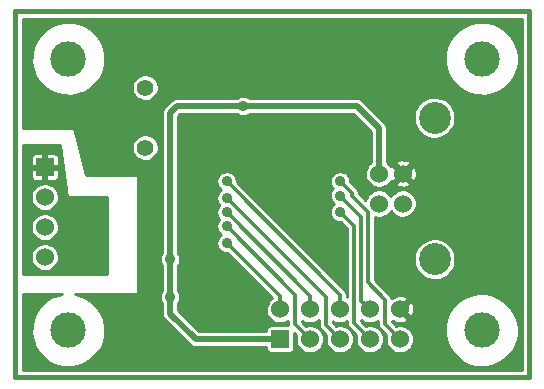
<source format=gbl>
G04 (created by PCBNEW-RS274X (2011-dec-28)-stable) date Fri 20 Jan 2012 12:39:42 PM CET*
G01*
G70*
G90*
%MOIN*%
G04 Gerber Fmt 3.4, Leading zero omitted, Abs format*
%FSLAX34Y34*%
G04 APERTURE LIST*
%ADD10C,0.006000*%
%ADD11C,0.015000*%
%ADD12C,0.060000*%
%ADD13C,0.106300*%
%ADD14R,0.060000X0.060000*%
%ADD15C,0.056000*%
%ADD16C,0.118100*%
%ADD17C,0.035000*%
%ADD18C,0.019700*%
%ADD19C,0.011800*%
%ADD20C,0.010000*%
G04 APERTURE END LIST*
G54D10*
G54D11*
X31299Y-29921D02*
X48425Y-29921D01*
X31299Y-42126D02*
X31299Y-29921D01*
X48425Y-42126D02*
X31299Y-42126D01*
X48425Y-29921D02*
X48425Y-42126D01*
G54D12*
X43426Y-35327D03*
X43426Y-36327D03*
X44213Y-36327D03*
X44213Y-35327D03*
G54D13*
X45276Y-33465D03*
X45276Y-38189D03*
G54D14*
X40126Y-40854D03*
G54D12*
X40126Y-39854D03*
X41126Y-40854D03*
X41126Y-39854D03*
X42126Y-40854D03*
X42126Y-39854D03*
X43126Y-40854D03*
X43126Y-39854D03*
X44126Y-40854D03*
X44126Y-39854D03*
G54D14*
X32283Y-35114D03*
G54D12*
X32283Y-36114D03*
X32283Y-37114D03*
X32283Y-38114D03*
G54D15*
X35630Y-32465D03*
X35630Y-34465D03*
G54D16*
X33071Y-31496D03*
X33071Y-40551D03*
X46850Y-40551D03*
X46850Y-31496D03*
G54D17*
X36457Y-39449D03*
X36457Y-38189D03*
X38898Y-33071D03*
X42126Y-35591D03*
X42126Y-36063D03*
X42126Y-36614D03*
X38346Y-37638D03*
X38346Y-37087D03*
X38346Y-36614D03*
X38346Y-36142D03*
X38346Y-35591D03*
X33937Y-33150D03*
X35906Y-35512D03*
G54D18*
X36693Y-33071D02*
X36457Y-33307D01*
X36457Y-38189D02*
X36457Y-39449D01*
X36457Y-39449D02*
X36457Y-40000D01*
X36457Y-40000D02*
X37311Y-40854D01*
X37311Y-40854D02*
X40126Y-40854D01*
X38898Y-33071D02*
X36693Y-33071D01*
X36457Y-33307D02*
X36457Y-38189D01*
X43426Y-35327D02*
X43426Y-33819D01*
X42678Y-33071D02*
X38898Y-33071D01*
X43426Y-33819D02*
X42678Y-33071D01*
G54D19*
X42520Y-35985D02*
X42126Y-35591D01*
X42520Y-36064D02*
X42520Y-35985D01*
X43053Y-36597D02*
X42520Y-36064D01*
X43053Y-38958D02*
X43053Y-36597D01*
X43622Y-39527D02*
X43053Y-38958D01*
X43622Y-40350D02*
X43622Y-39527D01*
X44126Y-40854D02*
X43622Y-40350D01*
X42835Y-36772D02*
X42126Y-36063D01*
X43126Y-39854D02*
X42835Y-39563D01*
X42835Y-39563D02*
X42835Y-36772D01*
X42598Y-40326D02*
X42598Y-37086D01*
X42598Y-37086D02*
X42126Y-36614D01*
X43126Y-40854D02*
X42598Y-40326D01*
X40126Y-39854D02*
X40126Y-39418D01*
X40126Y-39418D02*
X38346Y-37638D01*
X41126Y-40854D02*
X40630Y-40358D01*
X40630Y-40358D02*
X40630Y-39371D01*
X40630Y-39371D02*
X38346Y-37087D01*
X41126Y-39854D02*
X41126Y-39394D01*
X41126Y-39394D02*
X38346Y-36614D01*
X41654Y-40382D02*
X41654Y-39450D01*
X42126Y-40854D02*
X41654Y-40382D01*
X41654Y-39450D02*
X38346Y-36142D01*
X42126Y-39371D02*
X38346Y-35591D01*
X42126Y-39854D02*
X42126Y-39371D01*
X34094Y-33150D02*
X34331Y-32913D01*
X33937Y-33150D02*
X34094Y-33150D01*
X35748Y-35512D02*
X35512Y-35276D01*
X35906Y-35512D02*
X35748Y-35512D01*
G54D10*
G36*
X48182Y-41883D02*
X48080Y-41883D01*
X48080Y-40430D01*
X48080Y-31375D01*
X48033Y-31138D01*
X47941Y-30915D01*
X47808Y-30715D01*
X47638Y-30543D01*
X47437Y-30409D01*
X47215Y-30315D01*
X46979Y-30267D01*
X46738Y-30265D01*
X46501Y-30310D01*
X46277Y-30401D01*
X46075Y-30533D01*
X45903Y-30702D01*
X45767Y-30901D01*
X45672Y-31123D01*
X45622Y-31359D01*
X45618Y-31600D01*
X45662Y-31837D01*
X45751Y-32061D01*
X45882Y-32264D01*
X46049Y-32437D01*
X46247Y-32575D01*
X46468Y-32672D01*
X46704Y-32723D01*
X46945Y-32728D01*
X47183Y-32686D01*
X47408Y-32599D01*
X47611Y-32470D01*
X47786Y-32303D01*
X47925Y-32106D01*
X48023Y-31886D01*
X48076Y-31651D01*
X48080Y-31375D01*
X48080Y-40430D01*
X48033Y-40193D01*
X47941Y-39970D01*
X47808Y-39770D01*
X47638Y-39598D01*
X47437Y-39464D01*
X47215Y-39370D01*
X46979Y-39322D01*
X46738Y-39320D01*
X46501Y-39365D01*
X46277Y-39456D01*
X46075Y-39588D01*
X45975Y-39686D01*
X45975Y-38120D01*
X45975Y-33396D01*
X45948Y-33262D01*
X45896Y-33135D01*
X45820Y-33021D01*
X45723Y-32924D01*
X45610Y-32847D01*
X45483Y-32794D01*
X45349Y-32766D01*
X45212Y-32766D01*
X45077Y-32791D01*
X44950Y-32843D01*
X44836Y-32918D01*
X44738Y-33014D01*
X44660Y-33127D01*
X44606Y-33253D01*
X44578Y-33387D01*
X44576Y-33524D01*
X44601Y-33659D01*
X44651Y-33786D01*
X44726Y-33902D01*
X44821Y-34000D01*
X44934Y-34078D01*
X45059Y-34133D01*
X45193Y-34163D01*
X45330Y-34165D01*
X45465Y-34141D01*
X45593Y-34092D01*
X45709Y-34018D01*
X45808Y-33924D01*
X45887Y-33812D01*
X45943Y-33686D01*
X45973Y-33553D01*
X45975Y-33396D01*
X45975Y-38120D01*
X45948Y-37986D01*
X45896Y-37859D01*
X45820Y-37745D01*
X45723Y-37648D01*
X45610Y-37571D01*
X45483Y-37518D01*
X45349Y-37490D01*
X45212Y-37490D01*
X45077Y-37515D01*
X44950Y-37567D01*
X44836Y-37642D01*
X44738Y-37738D01*
X44681Y-37820D01*
X44681Y-36281D01*
X44680Y-36276D01*
X44680Y-35297D01*
X44665Y-35207D01*
X44633Y-35122D01*
X44618Y-35094D01*
X44547Y-35063D01*
X44477Y-35133D01*
X44477Y-34993D01*
X44446Y-34922D01*
X44363Y-34884D01*
X44275Y-34864D01*
X44183Y-34860D01*
X44093Y-34875D01*
X44008Y-34907D01*
X43980Y-34922D01*
X43949Y-34993D01*
X44213Y-35256D01*
X44477Y-34993D01*
X44477Y-35133D01*
X44284Y-35327D01*
X44547Y-35591D01*
X44618Y-35560D01*
X44656Y-35477D01*
X44676Y-35389D01*
X44680Y-35297D01*
X44680Y-36276D01*
X44663Y-36191D01*
X44628Y-36106D01*
X44577Y-36030D01*
X44513Y-35965D01*
X44477Y-35940D01*
X44477Y-35661D01*
X44213Y-35398D01*
X43949Y-35661D01*
X43980Y-35732D01*
X44063Y-35770D01*
X44151Y-35790D01*
X44243Y-35794D01*
X44333Y-35779D01*
X44418Y-35747D01*
X44446Y-35732D01*
X44477Y-35661D01*
X44477Y-35940D01*
X44437Y-35913D01*
X44352Y-35878D01*
X44262Y-35859D01*
X44170Y-35859D01*
X44080Y-35876D01*
X43995Y-35910D01*
X43918Y-35961D01*
X43853Y-36025D01*
X43819Y-36073D01*
X43790Y-36030D01*
X43726Y-35965D01*
X43650Y-35913D01*
X43565Y-35878D01*
X43475Y-35859D01*
X43383Y-35859D01*
X43293Y-35876D01*
X43208Y-35910D01*
X43131Y-35961D01*
X43066Y-36025D01*
X43014Y-36101D01*
X42978Y-36185D01*
X42975Y-36197D01*
X42745Y-35967D01*
X42743Y-35943D01*
X42743Y-35941D01*
X42735Y-35917D01*
X42731Y-35900D01*
X42730Y-35898D01*
X42710Y-35861D01*
X42709Y-35859D01*
X42688Y-35833D01*
X42682Y-35826D01*
X42681Y-35825D01*
X42680Y-35824D01*
X42467Y-35610D01*
X42468Y-35557D01*
X42455Y-35491D01*
X42429Y-35429D01*
X42392Y-35373D01*
X42345Y-35326D01*
X42289Y-35288D01*
X42227Y-35263D01*
X42161Y-35249D01*
X42094Y-35249D01*
X42029Y-35261D01*
X41966Y-35287D01*
X41910Y-35323D01*
X41862Y-35370D01*
X41825Y-35426D01*
X41798Y-35488D01*
X41784Y-35553D01*
X41784Y-35620D01*
X41796Y-35686D01*
X41821Y-35749D01*
X41857Y-35805D01*
X41877Y-35826D01*
X41862Y-35842D01*
X41825Y-35898D01*
X41798Y-35960D01*
X41784Y-36025D01*
X41784Y-36092D01*
X41796Y-36158D01*
X41821Y-36221D01*
X41857Y-36277D01*
X41904Y-36325D01*
X41922Y-36337D01*
X41910Y-36346D01*
X41862Y-36393D01*
X41825Y-36449D01*
X41798Y-36511D01*
X41784Y-36576D01*
X41784Y-36643D01*
X41796Y-36709D01*
X41821Y-36772D01*
X41857Y-36828D01*
X41904Y-36876D01*
X41959Y-36914D01*
X42020Y-36941D01*
X42086Y-36955D01*
X42147Y-36956D01*
X42371Y-37180D01*
X42371Y-39454D01*
X42353Y-39442D01*
X42353Y-39371D01*
X42349Y-39327D01*
X42336Y-39286D01*
X42336Y-39284D01*
X42316Y-39247D01*
X42315Y-39245D01*
X42294Y-39219D01*
X42288Y-39212D01*
X42287Y-39211D01*
X42286Y-39210D01*
X38687Y-35610D01*
X38688Y-35557D01*
X38675Y-35491D01*
X38649Y-35429D01*
X38612Y-35373D01*
X38565Y-35326D01*
X38509Y-35288D01*
X38447Y-35263D01*
X38381Y-35249D01*
X38314Y-35249D01*
X38249Y-35261D01*
X38186Y-35287D01*
X38130Y-35323D01*
X38082Y-35370D01*
X38045Y-35426D01*
X38018Y-35488D01*
X38004Y-35553D01*
X38004Y-35620D01*
X38016Y-35686D01*
X38041Y-35749D01*
X38077Y-35805D01*
X38124Y-35853D01*
X38142Y-35865D01*
X38130Y-35874D01*
X38082Y-35921D01*
X38045Y-35977D01*
X38018Y-36039D01*
X38004Y-36104D01*
X38004Y-36171D01*
X38016Y-36237D01*
X38041Y-36300D01*
X38077Y-36356D01*
X38097Y-36377D01*
X38082Y-36393D01*
X38045Y-36449D01*
X38018Y-36511D01*
X38004Y-36576D01*
X38004Y-36643D01*
X38016Y-36709D01*
X38041Y-36772D01*
X38077Y-36828D01*
X38098Y-36849D01*
X38082Y-36866D01*
X38045Y-36922D01*
X38018Y-36984D01*
X38004Y-37049D01*
X38004Y-37116D01*
X38016Y-37182D01*
X38041Y-37245D01*
X38077Y-37301D01*
X38124Y-37349D01*
X38142Y-37361D01*
X38130Y-37370D01*
X38082Y-37417D01*
X38045Y-37473D01*
X38018Y-37535D01*
X38004Y-37600D01*
X38004Y-37667D01*
X38016Y-37733D01*
X38041Y-37796D01*
X38077Y-37852D01*
X38124Y-37900D01*
X38179Y-37938D01*
X38240Y-37965D01*
X38306Y-37979D01*
X38366Y-37980D01*
X39857Y-39470D01*
X39831Y-39488D01*
X39766Y-39552D01*
X39714Y-39628D01*
X39678Y-39712D01*
X39659Y-39802D01*
X39657Y-39893D01*
X39674Y-39984D01*
X39708Y-40069D01*
X39758Y-40146D01*
X39821Y-40212D01*
X39897Y-40265D01*
X39981Y-40301D01*
X40070Y-40321D01*
X40162Y-40323D01*
X40253Y-40307D01*
X40338Y-40274D01*
X40403Y-40232D01*
X40403Y-40356D01*
X40403Y-40358D01*
X40405Y-40387D01*
X39810Y-40387D01*
X39778Y-40393D01*
X39748Y-40406D01*
X39720Y-40424D01*
X39697Y-40447D01*
X39679Y-40474D01*
X39666Y-40504D01*
X39659Y-40536D01*
X39659Y-40569D01*
X39659Y-40588D01*
X37421Y-40588D01*
X36723Y-39889D01*
X36723Y-39664D01*
X36756Y-39618D01*
X36783Y-39557D01*
X36798Y-39492D01*
X36799Y-39415D01*
X36786Y-39349D01*
X36760Y-39287D01*
X36723Y-39231D01*
X36723Y-38404D01*
X36756Y-38358D01*
X36783Y-38297D01*
X36798Y-38232D01*
X36799Y-38155D01*
X36786Y-38089D01*
X36760Y-38027D01*
X36723Y-37971D01*
X36723Y-33417D01*
X36803Y-33337D01*
X38681Y-33337D01*
X38731Y-33371D01*
X38792Y-33398D01*
X38858Y-33412D01*
X38925Y-33414D01*
X38991Y-33402D01*
X39053Y-33378D01*
X39110Y-33342D01*
X39115Y-33337D01*
X42567Y-33337D01*
X43160Y-33929D01*
X43160Y-34941D01*
X43131Y-34961D01*
X43066Y-35025D01*
X43014Y-35101D01*
X42978Y-35185D01*
X42959Y-35275D01*
X42957Y-35366D01*
X42974Y-35457D01*
X43008Y-35542D01*
X43058Y-35619D01*
X43121Y-35685D01*
X43197Y-35738D01*
X43281Y-35774D01*
X43370Y-35794D01*
X43462Y-35796D01*
X43553Y-35780D01*
X43638Y-35747D01*
X43716Y-35697D01*
X43782Y-35634D01*
X43828Y-35568D01*
X43879Y-35591D01*
X44142Y-35327D01*
X43879Y-35063D01*
X43827Y-35085D01*
X43790Y-35030D01*
X43726Y-34965D01*
X43692Y-34941D01*
X43692Y-33819D01*
X43687Y-33767D01*
X43672Y-33720D01*
X43672Y-33718D01*
X43648Y-33673D01*
X43648Y-33672D01*
X43621Y-33640D01*
X43616Y-33633D01*
X43615Y-33632D01*
X43614Y-33630D01*
X42868Y-32885D01*
X42866Y-32883D01*
X42828Y-32852D01*
X42826Y-32850D01*
X42786Y-32828D01*
X42783Y-32827D01*
X42782Y-32826D01*
X42781Y-32826D01*
X42731Y-32810D01*
X42695Y-32806D01*
X42682Y-32805D01*
X42679Y-32805D01*
X42678Y-32805D01*
X39115Y-32805D01*
X39061Y-32768D01*
X38999Y-32743D01*
X38933Y-32729D01*
X38866Y-32729D01*
X38801Y-32741D01*
X38738Y-32767D01*
X38682Y-32803D01*
X38679Y-32805D01*
X36693Y-32805D01*
X36641Y-32810D01*
X36592Y-32825D01*
X36546Y-32849D01*
X36510Y-32877D01*
X36507Y-32881D01*
X36504Y-32883D01*
X36269Y-33119D01*
X36236Y-33159D01*
X36214Y-33199D01*
X36213Y-33202D01*
X36212Y-33202D01*
X36212Y-33204D01*
X36196Y-33254D01*
X36192Y-33289D01*
X36191Y-33303D01*
X36191Y-33306D01*
X36191Y-33307D01*
X36191Y-37971D01*
X36156Y-38024D01*
X36129Y-38086D01*
X36115Y-38151D01*
X36115Y-38218D01*
X36127Y-38284D01*
X36152Y-38347D01*
X36188Y-38403D01*
X36191Y-38406D01*
X36191Y-39231D01*
X36156Y-39284D01*
X36129Y-39346D01*
X36115Y-39411D01*
X36115Y-39478D01*
X36127Y-39544D01*
X36152Y-39607D01*
X36188Y-39663D01*
X36191Y-39666D01*
X36191Y-39997D01*
X36191Y-40000D01*
X36196Y-40052D01*
X36208Y-40094D01*
X36210Y-40098D01*
X36211Y-40101D01*
X36234Y-40145D01*
X36235Y-40147D01*
X36254Y-40171D01*
X36266Y-40185D01*
X36268Y-40187D01*
X36269Y-40188D01*
X37121Y-41040D01*
X37122Y-41042D01*
X37161Y-41073D01*
X37163Y-41075D01*
X37203Y-41096D01*
X37206Y-41098D01*
X37208Y-41099D01*
X37233Y-41106D01*
X37256Y-41114D01*
X37257Y-41114D01*
X37307Y-41120D01*
X37311Y-41120D01*
X39659Y-41120D01*
X39659Y-41170D01*
X39665Y-41202D01*
X39678Y-41232D01*
X39696Y-41260D01*
X39719Y-41283D01*
X39746Y-41301D01*
X39776Y-41314D01*
X39808Y-41321D01*
X39841Y-41321D01*
X40442Y-41321D01*
X40474Y-41315D01*
X40504Y-41302D01*
X40532Y-41284D01*
X40555Y-41261D01*
X40573Y-41234D01*
X40586Y-41204D01*
X40593Y-41172D01*
X40593Y-41139D01*
X40593Y-40642D01*
X40675Y-40724D01*
X40659Y-40802D01*
X40657Y-40893D01*
X40674Y-40984D01*
X40708Y-41069D01*
X40758Y-41146D01*
X40821Y-41212D01*
X40897Y-41265D01*
X40981Y-41301D01*
X41070Y-41321D01*
X41162Y-41323D01*
X41253Y-41307D01*
X41338Y-41274D01*
X41416Y-41224D01*
X41482Y-41161D01*
X41535Y-41086D01*
X41572Y-41002D01*
X41593Y-40913D01*
X41594Y-40808D01*
X41576Y-40718D01*
X41541Y-40633D01*
X41490Y-40557D01*
X41426Y-40492D01*
X41350Y-40440D01*
X41265Y-40405D01*
X41175Y-40386D01*
X41083Y-40386D01*
X40996Y-40402D01*
X40857Y-40263D01*
X40857Y-40237D01*
X40897Y-40265D01*
X40981Y-40301D01*
X41070Y-40321D01*
X41162Y-40323D01*
X41253Y-40307D01*
X41338Y-40274D01*
X41416Y-40224D01*
X41427Y-40213D01*
X41427Y-40380D01*
X41427Y-40382D01*
X41431Y-40426D01*
X41438Y-40450D01*
X41443Y-40467D01*
X41443Y-40468D01*
X41444Y-40469D01*
X41464Y-40506D01*
X41465Y-40508D01*
X41481Y-40528D01*
X41491Y-40540D01*
X41493Y-40543D01*
X41675Y-40724D01*
X41659Y-40802D01*
X41657Y-40893D01*
X41674Y-40984D01*
X41708Y-41069D01*
X41758Y-41146D01*
X41821Y-41212D01*
X41897Y-41265D01*
X41981Y-41301D01*
X42070Y-41321D01*
X42162Y-41323D01*
X42253Y-41307D01*
X42338Y-41274D01*
X42416Y-41224D01*
X42482Y-41161D01*
X42535Y-41086D01*
X42572Y-41002D01*
X42593Y-40913D01*
X42594Y-40808D01*
X42576Y-40718D01*
X42541Y-40633D01*
X42490Y-40557D01*
X42426Y-40492D01*
X42350Y-40440D01*
X42265Y-40405D01*
X42175Y-40386D01*
X42083Y-40386D01*
X41996Y-40402D01*
X41881Y-40287D01*
X41881Y-40253D01*
X41897Y-40265D01*
X41981Y-40301D01*
X42070Y-40321D01*
X42162Y-40323D01*
X42253Y-40307D01*
X42338Y-40274D01*
X42371Y-40252D01*
X42371Y-40324D01*
X42371Y-40326D01*
X42375Y-40370D01*
X42382Y-40394D01*
X42387Y-40411D01*
X42387Y-40412D01*
X42388Y-40413D01*
X42408Y-40450D01*
X42409Y-40452D01*
X42425Y-40472D01*
X42435Y-40484D01*
X42437Y-40487D01*
X42675Y-40724D01*
X42659Y-40802D01*
X42657Y-40893D01*
X42674Y-40984D01*
X42708Y-41069D01*
X42758Y-41146D01*
X42821Y-41212D01*
X42897Y-41265D01*
X42981Y-41301D01*
X43070Y-41321D01*
X43162Y-41323D01*
X43253Y-41307D01*
X43338Y-41274D01*
X43416Y-41224D01*
X43482Y-41161D01*
X43535Y-41086D01*
X43572Y-41002D01*
X43593Y-40913D01*
X43594Y-40808D01*
X43576Y-40718D01*
X43541Y-40633D01*
X43490Y-40557D01*
X43426Y-40492D01*
X43350Y-40440D01*
X43265Y-40405D01*
X43175Y-40386D01*
X43083Y-40386D01*
X42995Y-40402D01*
X42825Y-40231D01*
X42825Y-40214D01*
X42897Y-40265D01*
X42981Y-40301D01*
X43070Y-40321D01*
X43162Y-40323D01*
X43253Y-40307D01*
X43338Y-40274D01*
X43395Y-40237D01*
X43395Y-40348D01*
X43395Y-40350D01*
X43399Y-40394D01*
X43406Y-40418D01*
X43411Y-40435D01*
X43411Y-40436D01*
X43412Y-40437D01*
X43432Y-40474D01*
X43433Y-40476D01*
X43449Y-40496D01*
X43459Y-40508D01*
X43461Y-40511D01*
X43675Y-40724D01*
X43659Y-40802D01*
X43657Y-40893D01*
X43674Y-40984D01*
X43708Y-41069D01*
X43758Y-41146D01*
X43821Y-41212D01*
X43897Y-41265D01*
X43981Y-41301D01*
X44070Y-41321D01*
X44162Y-41323D01*
X44253Y-41307D01*
X44338Y-41274D01*
X44416Y-41224D01*
X44482Y-41161D01*
X44535Y-41086D01*
X44572Y-41002D01*
X44593Y-40913D01*
X44594Y-40808D01*
X44593Y-40803D01*
X44593Y-39824D01*
X44578Y-39734D01*
X44546Y-39649D01*
X44531Y-39621D01*
X44460Y-39590D01*
X44390Y-39660D01*
X44197Y-39854D01*
X44460Y-40118D01*
X44531Y-40087D01*
X44569Y-40004D01*
X44589Y-39916D01*
X44593Y-39824D01*
X44593Y-40803D01*
X44576Y-40718D01*
X44541Y-40633D01*
X44490Y-40557D01*
X44426Y-40492D01*
X44390Y-40467D01*
X44350Y-40440D01*
X44265Y-40405D01*
X44175Y-40386D01*
X44083Y-40386D01*
X43996Y-40402D01*
X43849Y-40255D01*
X43849Y-40242D01*
X43864Y-40257D01*
X43883Y-40237D01*
X43893Y-40259D01*
X43976Y-40297D01*
X44064Y-40317D01*
X44156Y-40321D01*
X44246Y-40306D01*
X44331Y-40274D01*
X44359Y-40259D01*
X44390Y-40188D01*
X44161Y-39960D01*
X44126Y-39925D01*
X44055Y-39854D01*
X44126Y-39783D01*
X44161Y-39748D01*
X44390Y-39520D01*
X44359Y-39449D01*
X44276Y-39411D01*
X44188Y-39391D01*
X44096Y-39387D01*
X44006Y-39402D01*
X43921Y-39434D01*
X43893Y-39449D01*
X43883Y-39470D01*
X43864Y-39451D01*
X43841Y-39473D01*
X43832Y-39442D01*
X43832Y-39440D01*
X43812Y-39403D01*
X43811Y-39401D01*
X43790Y-39375D01*
X43784Y-39368D01*
X43783Y-39367D01*
X43782Y-39366D01*
X43280Y-38863D01*
X43280Y-36773D01*
X43281Y-36774D01*
X43370Y-36794D01*
X43462Y-36796D01*
X43553Y-36780D01*
X43638Y-36747D01*
X43716Y-36697D01*
X43782Y-36634D01*
X43819Y-36580D01*
X43845Y-36619D01*
X43908Y-36685D01*
X43984Y-36738D01*
X44068Y-36774D01*
X44157Y-36794D01*
X44249Y-36796D01*
X44340Y-36780D01*
X44425Y-36747D01*
X44503Y-36697D01*
X44569Y-36634D01*
X44622Y-36559D01*
X44659Y-36475D01*
X44680Y-36386D01*
X44681Y-36281D01*
X44681Y-37820D01*
X44660Y-37851D01*
X44606Y-37977D01*
X44578Y-38111D01*
X44576Y-38248D01*
X44601Y-38383D01*
X44651Y-38510D01*
X44726Y-38626D01*
X44821Y-38724D01*
X44934Y-38802D01*
X45059Y-38857D01*
X45193Y-38887D01*
X45330Y-38889D01*
X45465Y-38865D01*
X45593Y-38816D01*
X45709Y-38742D01*
X45808Y-38648D01*
X45887Y-38536D01*
X45943Y-38410D01*
X45973Y-38277D01*
X45975Y-38120D01*
X45975Y-39686D01*
X45903Y-39757D01*
X45767Y-39956D01*
X45672Y-40178D01*
X45622Y-40414D01*
X45618Y-40655D01*
X45662Y-40892D01*
X45751Y-41116D01*
X45882Y-41319D01*
X46049Y-41492D01*
X46247Y-41630D01*
X46468Y-41727D01*
X46704Y-41778D01*
X46945Y-41783D01*
X47183Y-41741D01*
X47408Y-41654D01*
X47611Y-41525D01*
X47786Y-41358D01*
X47925Y-41161D01*
X48023Y-40941D01*
X48076Y-40706D01*
X48080Y-40430D01*
X48080Y-41883D01*
X36078Y-41883D01*
X36078Y-34421D01*
X36078Y-32421D01*
X36061Y-32335D01*
X36027Y-32254D01*
X35979Y-32180D01*
X35917Y-32118D01*
X35844Y-32069D01*
X35763Y-32035D01*
X35677Y-32017D01*
X35589Y-32017D01*
X35503Y-32033D01*
X35421Y-32066D01*
X35348Y-32114D01*
X35285Y-32176D01*
X35235Y-32248D01*
X35201Y-32329D01*
X35183Y-32415D01*
X35181Y-32503D01*
X35197Y-32589D01*
X35230Y-32671D01*
X35277Y-32745D01*
X35338Y-32808D01*
X35410Y-32858D01*
X35491Y-32893D01*
X35577Y-32912D01*
X35665Y-32914D01*
X35751Y-32899D01*
X35833Y-32867D01*
X35907Y-32820D01*
X35971Y-32759D01*
X36021Y-32687D01*
X36057Y-32607D01*
X36077Y-32521D01*
X36078Y-32421D01*
X36078Y-34421D01*
X36061Y-34335D01*
X36027Y-34254D01*
X35979Y-34180D01*
X35917Y-34118D01*
X35844Y-34069D01*
X35763Y-34035D01*
X35677Y-34017D01*
X35589Y-34017D01*
X35503Y-34033D01*
X35421Y-34066D01*
X35348Y-34114D01*
X35285Y-34176D01*
X35235Y-34248D01*
X35201Y-34329D01*
X35183Y-34415D01*
X35181Y-34503D01*
X35197Y-34589D01*
X35230Y-34671D01*
X35277Y-34745D01*
X35338Y-34808D01*
X35410Y-34858D01*
X35491Y-34893D01*
X35577Y-34912D01*
X35665Y-34914D01*
X35751Y-34899D01*
X35833Y-34867D01*
X35907Y-34820D01*
X35971Y-34759D01*
X36021Y-34687D01*
X36057Y-34607D01*
X36077Y-34521D01*
X36078Y-34421D01*
X36078Y-41883D01*
X31542Y-41883D01*
X31542Y-39341D01*
X32848Y-39341D01*
X32722Y-39365D01*
X32498Y-39456D01*
X32296Y-39588D01*
X32124Y-39757D01*
X31988Y-39956D01*
X31893Y-40178D01*
X31843Y-40414D01*
X31839Y-40655D01*
X31883Y-40892D01*
X31972Y-41116D01*
X32103Y-41319D01*
X32270Y-41492D01*
X32468Y-41630D01*
X32689Y-41727D01*
X32925Y-41778D01*
X33166Y-41783D01*
X33404Y-41741D01*
X33629Y-41654D01*
X33832Y-41525D01*
X34007Y-41358D01*
X34146Y-41161D01*
X34244Y-40941D01*
X34297Y-40706D01*
X34301Y-40430D01*
X34254Y-40193D01*
X34162Y-39970D01*
X34029Y-39770D01*
X33859Y-39598D01*
X33658Y-39464D01*
X33436Y-39370D01*
X33293Y-39341D01*
X35404Y-39341D01*
X35404Y-35383D01*
X34301Y-35383D01*
X34301Y-31375D01*
X34254Y-31138D01*
X34162Y-30915D01*
X34029Y-30715D01*
X33859Y-30543D01*
X33658Y-30409D01*
X33436Y-30315D01*
X33200Y-30267D01*
X32959Y-30265D01*
X32722Y-30310D01*
X32498Y-30401D01*
X32296Y-30533D01*
X32124Y-30702D01*
X31988Y-30901D01*
X31893Y-31123D01*
X31843Y-31359D01*
X31839Y-31600D01*
X31883Y-31837D01*
X31972Y-32061D01*
X32103Y-32264D01*
X32270Y-32437D01*
X32468Y-32575D01*
X32689Y-32672D01*
X32925Y-32723D01*
X33166Y-32728D01*
X33404Y-32686D01*
X33629Y-32599D01*
X33832Y-32470D01*
X34007Y-32303D01*
X34146Y-32106D01*
X34244Y-31886D01*
X34297Y-31651D01*
X34301Y-31375D01*
X34301Y-35383D01*
X33661Y-35383D01*
X33267Y-33808D01*
X31542Y-33808D01*
X31542Y-30164D01*
X48182Y-30164D01*
X48182Y-41883D01*
X48182Y-41883D01*
G37*
G54D20*
X48182Y-41883D02*
X48080Y-41883D01*
X48080Y-40430D01*
X48080Y-31375D01*
X48033Y-31138D01*
X47941Y-30915D01*
X47808Y-30715D01*
X47638Y-30543D01*
X47437Y-30409D01*
X47215Y-30315D01*
X46979Y-30267D01*
X46738Y-30265D01*
X46501Y-30310D01*
X46277Y-30401D01*
X46075Y-30533D01*
X45903Y-30702D01*
X45767Y-30901D01*
X45672Y-31123D01*
X45622Y-31359D01*
X45618Y-31600D01*
X45662Y-31837D01*
X45751Y-32061D01*
X45882Y-32264D01*
X46049Y-32437D01*
X46247Y-32575D01*
X46468Y-32672D01*
X46704Y-32723D01*
X46945Y-32728D01*
X47183Y-32686D01*
X47408Y-32599D01*
X47611Y-32470D01*
X47786Y-32303D01*
X47925Y-32106D01*
X48023Y-31886D01*
X48076Y-31651D01*
X48080Y-31375D01*
X48080Y-40430D01*
X48033Y-40193D01*
X47941Y-39970D01*
X47808Y-39770D01*
X47638Y-39598D01*
X47437Y-39464D01*
X47215Y-39370D01*
X46979Y-39322D01*
X46738Y-39320D01*
X46501Y-39365D01*
X46277Y-39456D01*
X46075Y-39588D01*
X45975Y-39686D01*
X45975Y-38120D01*
X45975Y-33396D01*
X45948Y-33262D01*
X45896Y-33135D01*
X45820Y-33021D01*
X45723Y-32924D01*
X45610Y-32847D01*
X45483Y-32794D01*
X45349Y-32766D01*
X45212Y-32766D01*
X45077Y-32791D01*
X44950Y-32843D01*
X44836Y-32918D01*
X44738Y-33014D01*
X44660Y-33127D01*
X44606Y-33253D01*
X44578Y-33387D01*
X44576Y-33524D01*
X44601Y-33659D01*
X44651Y-33786D01*
X44726Y-33902D01*
X44821Y-34000D01*
X44934Y-34078D01*
X45059Y-34133D01*
X45193Y-34163D01*
X45330Y-34165D01*
X45465Y-34141D01*
X45593Y-34092D01*
X45709Y-34018D01*
X45808Y-33924D01*
X45887Y-33812D01*
X45943Y-33686D01*
X45973Y-33553D01*
X45975Y-33396D01*
X45975Y-38120D01*
X45948Y-37986D01*
X45896Y-37859D01*
X45820Y-37745D01*
X45723Y-37648D01*
X45610Y-37571D01*
X45483Y-37518D01*
X45349Y-37490D01*
X45212Y-37490D01*
X45077Y-37515D01*
X44950Y-37567D01*
X44836Y-37642D01*
X44738Y-37738D01*
X44681Y-37820D01*
X44681Y-36281D01*
X44680Y-36276D01*
X44680Y-35297D01*
X44665Y-35207D01*
X44633Y-35122D01*
X44618Y-35094D01*
X44547Y-35063D01*
X44477Y-35133D01*
X44477Y-34993D01*
X44446Y-34922D01*
X44363Y-34884D01*
X44275Y-34864D01*
X44183Y-34860D01*
X44093Y-34875D01*
X44008Y-34907D01*
X43980Y-34922D01*
X43949Y-34993D01*
X44213Y-35256D01*
X44477Y-34993D01*
X44477Y-35133D01*
X44284Y-35327D01*
X44547Y-35591D01*
X44618Y-35560D01*
X44656Y-35477D01*
X44676Y-35389D01*
X44680Y-35297D01*
X44680Y-36276D01*
X44663Y-36191D01*
X44628Y-36106D01*
X44577Y-36030D01*
X44513Y-35965D01*
X44477Y-35940D01*
X44477Y-35661D01*
X44213Y-35398D01*
X43949Y-35661D01*
X43980Y-35732D01*
X44063Y-35770D01*
X44151Y-35790D01*
X44243Y-35794D01*
X44333Y-35779D01*
X44418Y-35747D01*
X44446Y-35732D01*
X44477Y-35661D01*
X44477Y-35940D01*
X44437Y-35913D01*
X44352Y-35878D01*
X44262Y-35859D01*
X44170Y-35859D01*
X44080Y-35876D01*
X43995Y-35910D01*
X43918Y-35961D01*
X43853Y-36025D01*
X43819Y-36073D01*
X43790Y-36030D01*
X43726Y-35965D01*
X43650Y-35913D01*
X43565Y-35878D01*
X43475Y-35859D01*
X43383Y-35859D01*
X43293Y-35876D01*
X43208Y-35910D01*
X43131Y-35961D01*
X43066Y-36025D01*
X43014Y-36101D01*
X42978Y-36185D01*
X42975Y-36197D01*
X42745Y-35967D01*
X42743Y-35943D01*
X42743Y-35941D01*
X42735Y-35917D01*
X42731Y-35900D01*
X42730Y-35898D01*
X42710Y-35861D01*
X42709Y-35859D01*
X42688Y-35833D01*
X42682Y-35826D01*
X42681Y-35825D01*
X42680Y-35824D01*
X42467Y-35610D01*
X42468Y-35557D01*
X42455Y-35491D01*
X42429Y-35429D01*
X42392Y-35373D01*
X42345Y-35326D01*
X42289Y-35288D01*
X42227Y-35263D01*
X42161Y-35249D01*
X42094Y-35249D01*
X42029Y-35261D01*
X41966Y-35287D01*
X41910Y-35323D01*
X41862Y-35370D01*
X41825Y-35426D01*
X41798Y-35488D01*
X41784Y-35553D01*
X41784Y-35620D01*
X41796Y-35686D01*
X41821Y-35749D01*
X41857Y-35805D01*
X41877Y-35826D01*
X41862Y-35842D01*
X41825Y-35898D01*
X41798Y-35960D01*
X41784Y-36025D01*
X41784Y-36092D01*
X41796Y-36158D01*
X41821Y-36221D01*
X41857Y-36277D01*
X41904Y-36325D01*
X41922Y-36337D01*
X41910Y-36346D01*
X41862Y-36393D01*
X41825Y-36449D01*
X41798Y-36511D01*
X41784Y-36576D01*
X41784Y-36643D01*
X41796Y-36709D01*
X41821Y-36772D01*
X41857Y-36828D01*
X41904Y-36876D01*
X41959Y-36914D01*
X42020Y-36941D01*
X42086Y-36955D01*
X42147Y-36956D01*
X42371Y-37180D01*
X42371Y-39454D01*
X42353Y-39442D01*
X42353Y-39371D01*
X42349Y-39327D01*
X42336Y-39286D01*
X42336Y-39284D01*
X42316Y-39247D01*
X42315Y-39245D01*
X42294Y-39219D01*
X42288Y-39212D01*
X42287Y-39211D01*
X42286Y-39210D01*
X38687Y-35610D01*
X38688Y-35557D01*
X38675Y-35491D01*
X38649Y-35429D01*
X38612Y-35373D01*
X38565Y-35326D01*
X38509Y-35288D01*
X38447Y-35263D01*
X38381Y-35249D01*
X38314Y-35249D01*
X38249Y-35261D01*
X38186Y-35287D01*
X38130Y-35323D01*
X38082Y-35370D01*
X38045Y-35426D01*
X38018Y-35488D01*
X38004Y-35553D01*
X38004Y-35620D01*
X38016Y-35686D01*
X38041Y-35749D01*
X38077Y-35805D01*
X38124Y-35853D01*
X38142Y-35865D01*
X38130Y-35874D01*
X38082Y-35921D01*
X38045Y-35977D01*
X38018Y-36039D01*
X38004Y-36104D01*
X38004Y-36171D01*
X38016Y-36237D01*
X38041Y-36300D01*
X38077Y-36356D01*
X38097Y-36377D01*
X38082Y-36393D01*
X38045Y-36449D01*
X38018Y-36511D01*
X38004Y-36576D01*
X38004Y-36643D01*
X38016Y-36709D01*
X38041Y-36772D01*
X38077Y-36828D01*
X38098Y-36849D01*
X38082Y-36866D01*
X38045Y-36922D01*
X38018Y-36984D01*
X38004Y-37049D01*
X38004Y-37116D01*
X38016Y-37182D01*
X38041Y-37245D01*
X38077Y-37301D01*
X38124Y-37349D01*
X38142Y-37361D01*
X38130Y-37370D01*
X38082Y-37417D01*
X38045Y-37473D01*
X38018Y-37535D01*
X38004Y-37600D01*
X38004Y-37667D01*
X38016Y-37733D01*
X38041Y-37796D01*
X38077Y-37852D01*
X38124Y-37900D01*
X38179Y-37938D01*
X38240Y-37965D01*
X38306Y-37979D01*
X38366Y-37980D01*
X39857Y-39470D01*
X39831Y-39488D01*
X39766Y-39552D01*
X39714Y-39628D01*
X39678Y-39712D01*
X39659Y-39802D01*
X39657Y-39893D01*
X39674Y-39984D01*
X39708Y-40069D01*
X39758Y-40146D01*
X39821Y-40212D01*
X39897Y-40265D01*
X39981Y-40301D01*
X40070Y-40321D01*
X40162Y-40323D01*
X40253Y-40307D01*
X40338Y-40274D01*
X40403Y-40232D01*
X40403Y-40356D01*
X40403Y-40358D01*
X40405Y-40387D01*
X39810Y-40387D01*
X39778Y-40393D01*
X39748Y-40406D01*
X39720Y-40424D01*
X39697Y-40447D01*
X39679Y-40474D01*
X39666Y-40504D01*
X39659Y-40536D01*
X39659Y-40569D01*
X39659Y-40588D01*
X37421Y-40588D01*
X36723Y-39889D01*
X36723Y-39664D01*
X36756Y-39618D01*
X36783Y-39557D01*
X36798Y-39492D01*
X36799Y-39415D01*
X36786Y-39349D01*
X36760Y-39287D01*
X36723Y-39231D01*
X36723Y-38404D01*
X36756Y-38358D01*
X36783Y-38297D01*
X36798Y-38232D01*
X36799Y-38155D01*
X36786Y-38089D01*
X36760Y-38027D01*
X36723Y-37971D01*
X36723Y-33417D01*
X36803Y-33337D01*
X38681Y-33337D01*
X38731Y-33371D01*
X38792Y-33398D01*
X38858Y-33412D01*
X38925Y-33414D01*
X38991Y-33402D01*
X39053Y-33378D01*
X39110Y-33342D01*
X39115Y-33337D01*
X42567Y-33337D01*
X43160Y-33929D01*
X43160Y-34941D01*
X43131Y-34961D01*
X43066Y-35025D01*
X43014Y-35101D01*
X42978Y-35185D01*
X42959Y-35275D01*
X42957Y-35366D01*
X42974Y-35457D01*
X43008Y-35542D01*
X43058Y-35619D01*
X43121Y-35685D01*
X43197Y-35738D01*
X43281Y-35774D01*
X43370Y-35794D01*
X43462Y-35796D01*
X43553Y-35780D01*
X43638Y-35747D01*
X43716Y-35697D01*
X43782Y-35634D01*
X43828Y-35568D01*
X43879Y-35591D01*
X44142Y-35327D01*
X43879Y-35063D01*
X43827Y-35085D01*
X43790Y-35030D01*
X43726Y-34965D01*
X43692Y-34941D01*
X43692Y-33819D01*
X43687Y-33767D01*
X43672Y-33720D01*
X43672Y-33718D01*
X43648Y-33673D01*
X43648Y-33672D01*
X43621Y-33640D01*
X43616Y-33633D01*
X43615Y-33632D01*
X43614Y-33630D01*
X42868Y-32885D01*
X42866Y-32883D01*
X42828Y-32852D01*
X42826Y-32850D01*
X42786Y-32828D01*
X42783Y-32827D01*
X42782Y-32826D01*
X42781Y-32826D01*
X42731Y-32810D01*
X42695Y-32806D01*
X42682Y-32805D01*
X42679Y-32805D01*
X42678Y-32805D01*
X39115Y-32805D01*
X39061Y-32768D01*
X38999Y-32743D01*
X38933Y-32729D01*
X38866Y-32729D01*
X38801Y-32741D01*
X38738Y-32767D01*
X38682Y-32803D01*
X38679Y-32805D01*
X36693Y-32805D01*
X36641Y-32810D01*
X36592Y-32825D01*
X36546Y-32849D01*
X36510Y-32877D01*
X36507Y-32881D01*
X36504Y-32883D01*
X36269Y-33119D01*
X36236Y-33159D01*
X36214Y-33199D01*
X36213Y-33202D01*
X36212Y-33202D01*
X36212Y-33204D01*
X36196Y-33254D01*
X36192Y-33289D01*
X36191Y-33303D01*
X36191Y-33306D01*
X36191Y-33307D01*
X36191Y-37971D01*
X36156Y-38024D01*
X36129Y-38086D01*
X36115Y-38151D01*
X36115Y-38218D01*
X36127Y-38284D01*
X36152Y-38347D01*
X36188Y-38403D01*
X36191Y-38406D01*
X36191Y-39231D01*
X36156Y-39284D01*
X36129Y-39346D01*
X36115Y-39411D01*
X36115Y-39478D01*
X36127Y-39544D01*
X36152Y-39607D01*
X36188Y-39663D01*
X36191Y-39666D01*
X36191Y-39997D01*
X36191Y-40000D01*
X36196Y-40052D01*
X36208Y-40094D01*
X36210Y-40098D01*
X36211Y-40101D01*
X36234Y-40145D01*
X36235Y-40147D01*
X36254Y-40171D01*
X36266Y-40185D01*
X36268Y-40187D01*
X36269Y-40188D01*
X37121Y-41040D01*
X37122Y-41042D01*
X37161Y-41073D01*
X37163Y-41075D01*
X37203Y-41096D01*
X37206Y-41098D01*
X37208Y-41099D01*
X37233Y-41106D01*
X37256Y-41114D01*
X37257Y-41114D01*
X37307Y-41120D01*
X37311Y-41120D01*
X39659Y-41120D01*
X39659Y-41170D01*
X39665Y-41202D01*
X39678Y-41232D01*
X39696Y-41260D01*
X39719Y-41283D01*
X39746Y-41301D01*
X39776Y-41314D01*
X39808Y-41321D01*
X39841Y-41321D01*
X40442Y-41321D01*
X40474Y-41315D01*
X40504Y-41302D01*
X40532Y-41284D01*
X40555Y-41261D01*
X40573Y-41234D01*
X40586Y-41204D01*
X40593Y-41172D01*
X40593Y-41139D01*
X40593Y-40642D01*
X40675Y-40724D01*
X40659Y-40802D01*
X40657Y-40893D01*
X40674Y-40984D01*
X40708Y-41069D01*
X40758Y-41146D01*
X40821Y-41212D01*
X40897Y-41265D01*
X40981Y-41301D01*
X41070Y-41321D01*
X41162Y-41323D01*
X41253Y-41307D01*
X41338Y-41274D01*
X41416Y-41224D01*
X41482Y-41161D01*
X41535Y-41086D01*
X41572Y-41002D01*
X41593Y-40913D01*
X41594Y-40808D01*
X41576Y-40718D01*
X41541Y-40633D01*
X41490Y-40557D01*
X41426Y-40492D01*
X41350Y-40440D01*
X41265Y-40405D01*
X41175Y-40386D01*
X41083Y-40386D01*
X40996Y-40402D01*
X40857Y-40263D01*
X40857Y-40237D01*
X40897Y-40265D01*
X40981Y-40301D01*
X41070Y-40321D01*
X41162Y-40323D01*
X41253Y-40307D01*
X41338Y-40274D01*
X41416Y-40224D01*
X41427Y-40213D01*
X41427Y-40380D01*
X41427Y-40382D01*
X41431Y-40426D01*
X41438Y-40450D01*
X41443Y-40467D01*
X41443Y-40468D01*
X41444Y-40469D01*
X41464Y-40506D01*
X41465Y-40508D01*
X41481Y-40528D01*
X41491Y-40540D01*
X41493Y-40543D01*
X41675Y-40724D01*
X41659Y-40802D01*
X41657Y-40893D01*
X41674Y-40984D01*
X41708Y-41069D01*
X41758Y-41146D01*
X41821Y-41212D01*
X41897Y-41265D01*
X41981Y-41301D01*
X42070Y-41321D01*
X42162Y-41323D01*
X42253Y-41307D01*
X42338Y-41274D01*
X42416Y-41224D01*
X42482Y-41161D01*
X42535Y-41086D01*
X42572Y-41002D01*
X42593Y-40913D01*
X42594Y-40808D01*
X42576Y-40718D01*
X42541Y-40633D01*
X42490Y-40557D01*
X42426Y-40492D01*
X42350Y-40440D01*
X42265Y-40405D01*
X42175Y-40386D01*
X42083Y-40386D01*
X41996Y-40402D01*
X41881Y-40287D01*
X41881Y-40253D01*
X41897Y-40265D01*
X41981Y-40301D01*
X42070Y-40321D01*
X42162Y-40323D01*
X42253Y-40307D01*
X42338Y-40274D01*
X42371Y-40252D01*
X42371Y-40324D01*
X42371Y-40326D01*
X42375Y-40370D01*
X42382Y-40394D01*
X42387Y-40411D01*
X42387Y-40412D01*
X42388Y-40413D01*
X42408Y-40450D01*
X42409Y-40452D01*
X42425Y-40472D01*
X42435Y-40484D01*
X42437Y-40487D01*
X42675Y-40724D01*
X42659Y-40802D01*
X42657Y-40893D01*
X42674Y-40984D01*
X42708Y-41069D01*
X42758Y-41146D01*
X42821Y-41212D01*
X42897Y-41265D01*
X42981Y-41301D01*
X43070Y-41321D01*
X43162Y-41323D01*
X43253Y-41307D01*
X43338Y-41274D01*
X43416Y-41224D01*
X43482Y-41161D01*
X43535Y-41086D01*
X43572Y-41002D01*
X43593Y-40913D01*
X43594Y-40808D01*
X43576Y-40718D01*
X43541Y-40633D01*
X43490Y-40557D01*
X43426Y-40492D01*
X43350Y-40440D01*
X43265Y-40405D01*
X43175Y-40386D01*
X43083Y-40386D01*
X42995Y-40402D01*
X42825Y-40231D01*
X42825Y-40214D01*
X42897Y-40265D01*
X42981Y-40301D01*
X43070Y-40321D01*
X43162Y-40323D01*
X43253Y-40307D01*
X43338Y-40274D01*
X43395Y-40237D01*
X43395Y-40348D01*
X43395Y-40350D01*
X43399Y-40394D01*
X43406Y-40418D01*
X43411Y-40435D01*
X43411Y-40436D01*
X43412Y-40437D01*
X43432Y-40474D01*
X43433Y-40476D01*
X43449Y-40496D01*
X43459Y-40508D01*
X43461Y-40511D01*
X43675Y-40724D01*
X43659Y-40802D01*
X43657Y-40893D01*
X43674Y-40984D01*
X43708Y-41069D01*
X43758Y-41146D01*
X43821Y-41212D01*
X43897Y-41265D01*
X43981Y-41301D01*
X44070Y-41321D01*
X44162Y-41323D01*
X44253Y-41307D01*
X44338Y-41274D01*
X44416Y-41224D01*
X44482Y-41161D01*
X44535Y-41086D01*
X44572Y-41002D01*
X44593Y-40913D01*
X44594Y-40808D01*
X44593Y-40803D01*
X44593Y-39824D01*
X44578Y-39734D01*
X44546Y-39649D01*
X44531Y-39621D01*
X44460Y-39590D01*
X44390Y-39660D01*
X44197Y-39854D01*
X44460Y-40118D01*
X44531Y-40087D01*
X44569Y-40004D01*
X44589Y-39916D01*
X44593Y-39824D01*
X44593Y-40803D01*
X44576Y-40718D01*
X44541Y-40633D01*
X44490Y-40557D01*
X44426Y-40492D01*
X44390Y-40467D01*
X44350Y-40440D01*
X44265Y-40405D01*
X44175Y-40386D01*
X44083Y-40386D01*
X43996Y-40402D01*
X43849Y-40255D01*
X43849Y-40242D01*
X43864Y-40257D01*
X43883Y-40237D01*
X43893Y-40259D01*
X43976Y-40297D01*
X44064Y-40317D01*
X44156Y-40321D01*
X44246Y-40306D01*
X44331Y-40274D01*
X44359Y-40259D01*
X44390Y-40188D01*
X44161Y-39960D01*
X44126Y-39925D01*
X44055Y-39854D01*
X44126Y-39783D01*
X44161Y-39748D01*
X44390Y-39520D01*
X44359Y-39449D01*
X44276Y-39411D01*
X44188Y-39391D01*
X44096Y-39387D01*
X44006Y-39402D01*
X43921Y-39434D01*
X43893Y-39449D01*
X43883Y-39470D01*
X43864Y-39451D01*
X43841Y-39473D01*
X43832Y-39442D01*
X43832Y-39440D01*
X43812Y-39403D01*
X43811Y-39401D01*
X43790Y-39375D01*
X43784Y-39368D01*
X43783Y-39367D01*
X43782Y-39366D01*
X43280Y-38863D01*
X43280Y-36773D01*
X43281Y-36774D01*
X43370Y-36794D01*
X43462Y-36796D01*
X43553Y-36780D01*
X43638Y-36747D01*
X43716Y-36697D01*
X43782Y-36634D01*
X43819Y-36580D01*
X43845Y-36619D01*
X43908Y-36685D01*
X43984Y-36738D01*
X44068Y-36774D01*
X44157Y-36794D01*
X44249Y-36796D01*
X44340Y-36780D01*
X44425Y-36747D01*
X44503Y-36697D01*
X44569Y-36634D01*
X44622Y-36559D01*
X44659Y-36475D01*
X44680Y-36386D01*
X44681Y-36281D01*
X44681Y-37820D01*
X44660Y-37851D01*
X44606Y-37977D01*
X44578Y-38111D01*
X44576Y-38248D01*
X44601Y-38383D01*
X44651Y-38510D01*
X44726Y-38626D01*
X44821Y-38724D01*
X44934Y-38802D01*
X45059Y-38857D01*
X45193Y-38887D01*
X45330Y-38889D01*
X45465Y-38865D01*
X45593Y-38816D01*
X45709Y-38742D01*
X45808Y-38648D01*
X45887Y-38536D01*
X45943Y-38410D01*
X45973Y-38277D01*
X45975Y-38120D01*
X45975Y-39686D01*
X45903Y-39757D01*
X45767Y-39956D01*
X45672Y-40178D01*
X45622Y-40414D01*
X45618Y-40655D01*
X45662Y-40892D01*
X45751Y-41116D01*
X45882Y-41319D01*
X46049Y-41492D01*
X46247Y-41630D01*
X46468Y-41727D01*
X46704Y-41778D01*
X46945Y-41783D01*
X47183Y-41741D01*
X47408Y-41654D01*
X47611Y-41525D01*
X47786Y-41358D01*
X47925Y-41161D01*
X48023Y-40941D01*
X48076Y-40706D01*
X48080Y-40430D01*
X48080Y-41883D01*
X36078Y-41883D01*
X36078Y-34421D01*
X36078Y-32421D01*
X36061Y-32335D01*
X36027Y-32254D01*
X35979Y-32180D01*
X35917Y-32118D01*
X35844Y-32069D01*
X35763Y-32035D01*
X35677Y-32017D01*
X35589Y-32017D01*
X35503Y-32033D01*
X35421Y-32066D01*
X35348Y-32114D01*
X35285Y-32176D01*
X35235Y-32248D01*
X35201Y-32329D01*
X35183Y-32415D01*
X35181Y-32503D01*
X35197Y-32589D01*
X35230Y-32671D01*
X35277Y-32745D01*
X35338Y-32808D01*
X35410Y-32858D01*
X35491Y-32893D01*
X35577Y-32912D01*
X35665Y-32914D01*
X35751Y-32899D01*
X35833Y-32867D01*
X35907Y-32820D01*
X35971Y-32759D01*
X36021Y-32687D01*
X36057Y-32607D01*
X36077Y-32521D01*
X36078Y-32421D01*
X36078Y-34421D01*
X36061Y-34335D01*
X36027Y-34254D01*
X35979Y-34180D01*
X35917Y-34118D01*
X35844Y-34069D01*
X35763Y-34035D01*
X35677Y-34017D01*
X35589Y-34017D01*
X35503Y-34033D01*
X35421Y-34066D01*
X35348Y-34114D01*
X35285Y-34176D01*
X35235Y-34248D01*
X35201Y-34329D01*
X35183Y-34415D01*
X35181Y-34503D01*
X35197Y-34589D01*
X35230Y-34671D01*
X35277Y-34745D01*
X35338Y-34808D01*
X35410Y-34858D01*
X35491Y-34893D01*
X35577Y-34912D01*
X35665Y-34914D01*
X35751Y-34899D01*
X35833Y-34867D01*
X35907Y-34820D01*
X35971Y-34759D01*
X36021Y-34687D01*
X36057Y-34607D01*
X36077Y-34521D01*
X36078Y-34421D01*
X36078Y-41883D01*
X31542Y-41883D01*
X31542Y-39341D01*
X32848Y-39341D01*
X32722Y-39365D01*
X32498Y-39456D01*
X32296Y-39588D01*
X32124Y-39757D01*
X31988Y-39956D01*
X31893Y-40178D01*
X31843Y-40414D01*
X31839Y-40655D01*
X31883Y-40892D01*
X31972Y-41116D01*
X32103Y-41319D01*
X32270Y-41492D01*
X32468Y-41630D01*
X32689Y-41727D01*
X32925Y-41778D01*
X33166Y-41783D01*
X33404Y-41741D01*
X33629Y-41654D01*
X33832Y-41525D01*
X34007Y-41358D01*
X34146Y-41161D01*
X34244Y-40941D01*
X34297Y-40706D01*
X34301Y-40430D01*
X34254Y-40193D01*
X34162Y-39970D01*
X34029Y-39770D01*
X33859Y-39598D01*
X33658Y-39464D01*
X33436Y-39370D01*
X33293Y-39341D01*
X35404Y-39341D01*
X35404Y-35383D01*
X34301Y-35383D01*
X34301Y-31375D01*
X34254Y-31138D01*
X34162Y-30915D01*
X34029Y-30715D01*
X33859Y-30543D01*
X33658Y-30409D01*
X33436Y-30315D01*
X33200Y-30267D01*
X32959Y-30265D01*
X32722Y-30310D01*
X32498Y-30401D01*
X32296Y-30533D01*
X32124Y-30702D01*
X31988Y-30901D01*
X31893Y-31123D01*
X31843Y-31359D01*
X31839Y-31600D01*
X31883Y-31837D01*
X31972Y-32061D01*
X32103Y-32264D01*
X32270Y-32437D01*
X32468Y-32575D01*
X32689Y-32672D01*
X32925Y-32723D01*
X33166Y-32728D01*
X33404Y-32686D01*
X33629Y-32599D01*
X33832Y-32470D01*
X34007Y-32303D01*
X34146Y-32106D01*
X34244Y-31886D01*
X34297Y-31651D01*
X34301Y-31375D01*
X34301Y-35383D01*
X33661Y-35383D01*
X33267Y-33808D01*
X31542Y-33808D01*
X31542Y-30164D01*
X48182Y-30164D01*
X48182Y-41883D01*
G54D10*
G36*
X34359Y-38690D02*
X32751Y-38690D01*
X32751Y-38068D01*
X32751Y-37068D01*
X32751Y-36068D01*
X32751Y-35206D01*
X32751Y-35022D01*
X32750Y-34798D01*
X32744Y-34766D01*
X32731Y-34736D01*
X32713Y-34708D01*
X32690Y-34685D01*
X32663Y-34667D01*
X32633Y-34654D01*
X32601Y-34647D01*
X32568Y-34647D01*
X32375Y-34646D01*
X32333Y-34688D01*
X32333Y-35064D01*
X32709Y-35064D01*
X32751Y-35022D01*
X32751Y-35206D01*
X32709Y-35164D01*
X32333Y-35164D01*
X32333Y-35540D01*
X32375Y-35582D01*
X32568Y-35581D01*
X32601Y-35581D01*
X32633Y-35574D01*
X32663Y-35561D01*
X32690Y-35543D01*
X32713Y-35520D01*
X32731Y-35492D01*
X32744Y-35462D01*
X32750Y-35430D01*
X32751Y-35206D01*
X32751Y-36068D01*
X32733Y-35978D01*
X32698Y-35893D01*
X32647Y-35817D01*
X32583Y-35752D01*
X32507Y-35700D01*
X32422Y-35665D01*
X32332Y-35646D01*
X32240Y-35646D01*
X32233Y-35647D01*
X32233Y-35540D01*
X32233Y-35164D01*
X32233Y-35064D01*
X32233Y-34688D01*
X32191Y-34646D01*
X31998Y-34647D01*
X31965Y-34647D01*
X31933Y-34654D01*
X31903Y-34667D01*
X31876Y-34685D01*
X31853Y-34708D01*
X31835Y-34736D01*
X31822Y-34766D01*
X31816Y-34798D01*
X31815Y-35022D01*
X31857Y-35064D01*
X32233Y-35064D01*
X32233Y-35164D01*
X31857Y-35164D01*
X31815Y-35206D01*
X31816Y-35430D01*
X31822Y-35462D01*
X31835Y-35492D01*
X31853Y-35520D01*
X31876Y-35543D01*
X31903Y-35561D01*
X31933Y-35574D01*
X31965Y-35581D01*
X31998Y-35581D01*
X32191Y-35582D01*
X32233Y-35540D01*
X32233Y-35647D01*
X32150Y-35663D01*
X32065Y-35697D01*
X31988Y-35748D01*
X31923Y-35812D01*
X31871Y-35888D01*
X31835Y-35972D01*
X31816Y-36062D01*
X31814Y-36153D01*
X31831Y-36244D01*
X31865Y-36329D01*
X31915Y-36406D01*
X31978Y-36472D01*
X32054Y-36525D01*
X32138Y-36561D01*
X32227Y-36581D01*
X32319Y-36583D01*
X32410Y-36567D01*
X32495Y-36534D01*
X32573Y-36484D01*
X32639Y-36421D01*
X32692Y-36346D01*
X32729Y-36262D01*
X32750Y-36173D01*
X32751Y-36068D01*
X32751Y-37068D01*
X32733Y-36978D01*
X32698Y-36893D01*
X32647Y-36817D01*
X32583Y-36752D01*
X32507Y-36700D01*
X32422Y-36665D01*
X32332Y-36646D01*
X32240Y-36646D01*
X32150Y-36663D01*
X32065Y-36697D01*
X31988Y-36748D01*
X31923Y-36812D01*
X31871Y-36888D01*
X31835Y-36972D01*
X31816Y-37062D01*
X31814Y-37153D01*
X31831Y-37244D01*
X31865Y-37329D01*
X31915Y-37406D01*
X31978Y-37472D01*
X32054Y-37525D01*
X32138Y-37561D01*
X32227Y-37581D01*
X32319Y-37583D01*
X32410Y-37567D01*
X32495Y-37534D01*
X32573Y-37484D01*
X32639Y-37421D01*
X32692Y-37346D01*
X32729Y-37262D01*
X32750Y-37173D01*
X32751Y-37068D01*
X32751Y-38068D01*
X32733Y-37978D01*
X32698Y-37893D01*
X32647Y-37817D01*
X32583Y-37752D01*
X32507Y-37700D01*
X32422Y-37665D01*
X32332Y-37646D01*
X32240Y-37646D01*
X32150Y-37663D01*
X32065Y-37697D01*
X31988Y-37748D01*
X31923Y-37812D01*
X31871Y-37888D01*
X31835Y-37972D01*
X31816Y-38062D01*
X31814Y-38153D01*
X31831Y-38244D01*
X31865Y-38329D01*
X31915Y-38406D01*
X31978Y-38472D01*
X32054Y-38525D01*
X32138Y-38561D01*
X32227Y-38581D01*
X32319Y-38583D01*
X32410Y-38567D01*
X32495Y-38534D01*
X32573Y-38484D01*
X32639Y-38421D01*
X32692Y-38346D01*
X32729Y-38262D01*
X32750Y-38173D01*
X32751Y-38068D01*
X32751Y-38690D01*
X31542Y-38690D01*
X31542Y-34381D01*
X32791Y-34381D01*
X33027Y-36113D01*
X34359Y-36113D01*
X34359Y-38690D01*
X34359Y-38690D01*
G37*
G54D20*
X34359Y-38690D02*
X32751Y-38690D01*
X32751Y-38068D01*
X32751Y-37068D01*
X32751Y-36068D01*
X32751Y-35206D01*
X32751Y-35022D01*
X32750Y-34798D01*
X32744Y-34766D01*
X32731Y-34736D01*
X32713Y-34708D01*
X32690Y-34685D01*
X32663Y-34667D01*
X32633Y-34654D01*
X32601Y-34647D01*
X32568Y-34647D01*
X32375Y-34646D01*
X32333Y-34688D01*
X32333Y-35064D01*
X32709Y-35064D01*
X32751Y-35022D01*
X32751Y-35206D01*
X32709Y-35164D01*
X32333Y-35164D01*
X32333Y-35540D01*
X32375Y-35582D01*
X32568Y-35581D01*
X32601Y-35581D01*
X32633Y-35574D01*
X32663Y-35561D01*
X32690Y-35543D01*
X32713Y-35520D01*
X32731Y-35492D01*
X32744Y-35462D01*
X32750Y-35430D01*
X32751Y-35206D01*
X32751Y-36068D01*
X32733Y-35978D01*
X32698Y-35893D01*
X32647Y-35817D01*
X32583Y-35752D01*
X32507Y-35700D01*
X32422Y-35665D01*
X32332Y-35646D01*
X32240Y-35646D01*
X32233Y-35647D01*
X32233Y-35540D01*
X32233Y-35164D01*
X32233Y-35064D01*
X32233Y-34688D01*
X32191Y-34646D01*
X31998Y-34647D01*
X31965Y-34647D01*
X31933Y-34654D01*
X31903Y-34667D01*
X31876Y-34685D01*
X31853Y-34708D01*
X31835Y-34736D01*
X31822Y-34766D01*
X31816Y-34798D01*
X31815Y-35022D01*
X31857Y-35064D01*
X32233Y-35064D01*
X32233Y-35164D01*
X31857Y-35164D01*
X31815Y-35206D01*
X31816Y-35430D01*
X31822Y-35462D01*
X31835Y-35492D01*
X31853Y-35520D01*
X31876Y-35543D01*
X31903Y-35561D01*
X31933Y-35574D01*
X31965Y-35581D01*
X31998Y-35581D01*
X32191Y-35582D01*
X32233Y-35540D01*
X32233Y-35647D01*
X32150Y-35663D01*
X32065Y-35697D01*
X31988Y-35748D01*
X31923Y-35812D01*
X31871Y-35888D01*
X31835Y-35972D01*
X31816Y-36062D01*
X31814Y-36153D01*
X31831Y-36244D01*
X31865Y-36329D01*
X31915Y-36406D01*
X31978Y-36472D01*
X32054Y-36525D01*
X32138Y-36561D01*
X32227Y-36581D01*
X32319Y-36583D01*
X32410Y-36567D01*
X32495Y-36534D01*
X32573Y-36484D01*
X32639Y-36421D01*
X32692Y-36346D01*
X32729Y-36262D01*
X32750Y-36173D01*
X32751Y-36068D01*
X32751Y-37068D01*
X32733Y-36978D01*
X32698Y-36893D01*
X32647Y-36817D01*
X32583Y-36752D01*
X32507Y-36700D01*
X32422Y-36665D01*
X32332Y-36646D01*
X32240Y-36646D01*
X32150Y-36663D01*
X32065Y-36697D01*
X31988Y-36748D01*
X31923Y-36812D01*
X31871Y-36888D01*
X31835Y-36972D01*
X31816Y-37062D01*
X31814Y-37153D01*
X31831Y-37244D01*
X31865Y-37329D01*
X31915Y-37406D01*
X31978Y-37472D01*
X32054Y-37525D01*
X32138Y-37561D01*
X32227Y-37581D01*
X32319Y-37583D01*
X32410Y-37567D01*
X32495Y-37534D01*
X32573Y-37484D01*
X32639Y-37421D01*
X32692Y-37346D01*
X32729Y-37262D01*
X32750Y-37173D01*
X32751Y-37068D01*
X32751Y-38068D01*
X32733Y-37978D01*
X32698Y-37893D01*
X32647Y-37817D01*
X32583Y-37752D01*
X32507Y-37700D01*
X32422Y-37665D01*
X32332Y-37646D01*
X32240Y-37646D01*
X32150Y-37663D01*
X32065Y-37697D01*
X31988Y-37748D01*
X31923Y-37812D01*
X31871Y-37888D01*
X31835Y-37972D01*
X31816Y-38062D01*
X31814Y-38153D01*
X31831Y-38244D01*
X31865Y-38329D01*
X31915Y-38406D01*
X31978Y-38472D01*
X32054Y-38525D01*
X32138Y-38561D01*
X32227Y-38581D01*
X32319Y-38583D01*
X32410Y-38567D01*
X32495Y-38534D01*
X32573Y-38484D01*
X32639Y-38421D01*
X32692Y-38346D01*
X32729Y-38262D01*
X32750Y-38173D01*
X32751Y-38068D01*
X32751Y-38690D01*
X31542Y-38690D01*
X31542Y-34381D01*
X32791Y-34381D01*
X33027Y-36113D01*
X34359Y-36113D01*
X34359Y-38690D01*
M02*

</source>
